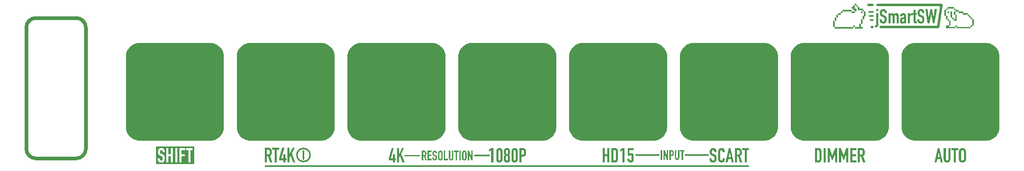
<source format=gbr>
%TF.GenerationSoftware,KiCad,Pcbnew,9.0.0*%
%TF.CreationDate,2025-04-15T08:38:05-04:00*%
%TF.ProjectId,Keypad Panel,4b657970-6164-4205-9061-6e656c2e6b69,1.0*%
%TF.SameCoordinates,Original*%
%TF.FileFunction,Soldermask,Top*%
%TF.FilePolarity,Negative*%
%FSLAX46Y46*%
G04 Gerber Fmt 4.6, Leading zero omitted, Abs format (unit mm)*
G04 Created by KiCad (PCBNEW 9.0.0) date 2025-04-15 08:38:05*
%MOMM*%
%LPD*%
G01*
G04 APERTURE LIST*
%ADD10C,0.000000*%
%ADD11C,0.750000*%
%ADD12C,0.300000*%
%ADD13C,0.500000*%
%ADD14C,0.350000*%
%ADD15C,0.010000*%
%ADD16C,0.150000*%
G04 APERTURE END LIST*
D10*
G36*
X159280237Y-94238522D02*
G01*
X159537306Y-94304139D01*
X159820303Y-94411357D01*
X159974626Y-94486631D01*
X160139155Y-94579584D01*
X160416931Y-94770298D01*
X160673784Y-94994767D01*
X160792431Y-95118296D01*
X160903506Y-95248382D01*
X160952507Y-95311048D01*
X161141083Y-95592059D01*
X161222477Y-95740172D01*
X161294863Y-95892646D01*
X161336066Y-95991564D01*
X161431384Y-96279674D01*
X161493607Y-96568054D01*
X161510000Y-96665932D01*
X161510000Y-111919166D01*
X161473816Y-112120312D01*
X161409262Y-112378451D01*
X161361033Y-112525059D01*
X161299336Y-112681313D01*
X161222045Y-112845681D01*
X161127036Y-113016629D01*
X160936641Y-113294555D01*
X160712453Y-113551618D01*
X160589046Y-113670394D01*
X160459080Y-113781602D01*
X160396558Y-113830598D01*
X160115742Y-114019490D01*
X159967716Y-114101047D01*
X159815320Y-114173603D01*
X159715051Y-114215467D01*
X159426925Y-114310976D01*
X159138638Y-114373329D01*
X159039168Y-114390000D01*
X159039166Y-114390000D01*
X143785932Y-114390000D01*
X143785929Y-114389999D01*
X143584429Y-114353740D01*
X143325677Y-114288964D01*
X143178701Y-114240543D01*
X143022055Y-114178584D01*
X142857286Y-114100953D01*
X142685943Y-114005514D01*
X142408167Y-113814800D01*
X142151314Y-113590331D01*
X142032667Y-113466802D01*
X141921592Y-113336716D01*
X141872591Y-113274050D01*
X141684013Y-112993036D01*
X141602619Y-112844922D01*
X141530233Y-112692447D01*
X141489032Y-112593533D01*
X141393714Y-112305424D01*
X141331491Y-112017045D01*
X141315098Y-111919166D01*
X141315098Y-96665932D01*
X141315098Y-96665930D01*
X141351358Y-96464431D01*
X141416134Y-96205678D01*
X141464555Y-96058702D01*
X141526513Y-95902055D01*
X141604144Y-95737286D01*
X141699584Y-95565943D01*
X141890296Y-95288168D01*
X142114764Y-95031317D01*
X142238293Y-94912670D01*
X142368378Y-94801595D01*
X142431048Y-94752591D01*
X142712062Y-94564013D01*
X142860176Y-94482619D01*
X143012651Y-94410232D01*
X143111564Y-94369032D01*
X143400665Y-94273375D01*
X143689065Y-94211309D01*
X143785932Y-94195098D01*
X159039166Y-94195098D01*
X159280237Y-94238522D01*
G37*
G36*
X223385056Y-86411583D02*
G01*
X223703879Y-86411583D01*
X223703879Y-86730406D01*
X224022702Y-86730406D01*
X224022702Y-87046583D01*
X224656379Y-87046583D01*
X224656379Y-87365406D01*
X224975202Y-87365406D01*
X224975202Y-87684229D01*
X225290056Y-87684229D01*
X225290056Y-88644666D01*
X224980493Y-88644666D01*
X224980493Y-89280989D01*
X224661670Y-89280989D01*
X224661670Y-90234812D01*
X224346816Y-90234812D01*
X224346816Y-90863198D01*
X224653732Y-90863198D01*
X224653732Y-91185990D01*
X223066232Y-91185990D01*
X223066232Y-90879073D01*
X222757993Y-90879073D01*
X222757993Y-91185990D01*
X218937410Y-91185990D01*
X218937410Y-90873781D01*
X218621233Y-90873781D01*
X218621233Y-89602458D01*
X218945347Y-89602458D01*
X218946670Y-90860552D01*
X222746087Y-90860552D01*
X222746087Y-90550989D01*
X223074170Y-90550989D01*
X223074170Y-90859229D01*
X224017410Y-90859229D01*
X224017410Y-90226875D01*
X224334910Y-90226875D01*
X224334910Y-89273052D01*
X224652410Y-89273052D01*
X224652410Y-88636729D01*
X224961972Y-88636729D01*
X224961972Y-87701427D01*
X224656378Y-87701427D01*
X224656378Y-88008344D01*
X224337555Y-88008344D01*
X224337555Y-87684229D01*
X224645795Y-87684229D01*
X224645795Y-87375990D01*
X223694618Y-87375990D01*
X223694618Y-86739667D01*
X223377118Y-86739667D01*
X223377118Y-86428781D01*
X223075493Y-86428781D01*
X223075493Y-87053198D01*
X223385056Y-87053198D01*
X223385056Y-87696135D01*
X223068879Y-87696135D01*
X223068879Y-88007021D01*
X222425941Y-88007021D01*
X222425941Y-87700104D01*
X220527556Y-87700104D01*
X220527556Y-88013635D01*
X220211378Y-88013635D01*
X220211378Y-88332458D01*
X219575056Y-88332458D01*
X219575056Y-88968781D01*
X219258879Y-88968781D01*
X219258879Y-89602458D01*
X218945347Y-89602458D01*
X218621233Y-89602458D01*
X218621233Y-89595844D01*
X218932118Y-89595844D01*
X218932118Y-88959521D01*
X219249618Y-88959521D01*
X219249618Y-88323198D01*
X219567118Y-88323198D01*
X219567118Y-88007021D01*
X220200795Y-88007021D01*
X220200795Y-87688198D01*
X220518295Y-87688198D01*
X220518295Y-87372021D01*
X222433878Y-87372021D01*
X222433878Y-87680260D01*
X223056972Y-87680260D01*
X223056972Y-87378635D01*
X222746087Y-87378635D01*
X222746087Y-87059813D01*
X222429910Y-87059813D01*
X222429910Y-86734375D01*
X222742118Y-86734375D01*
X222742118Y-86415552D01*
X223059618Y-86415552D01*
X223059618Y-86100698D01*
X223385056Y-86100698D01*
X223385056Y-86411583D01*
G37*
D11*
X54200000Y-89020000D02*
X62500000Y-89020000D01*
D12*
X110730000Y-117380000D02*
G75*
G02*
X108030000Y-117380000I-1350000J0D01*
G01*
X108030000Y-117380000D02*
G75*
G02*
X110730000Y-117380000I1350000J0D01*
G01*
D11*
X62500000Y-89020000D02*
G75*
G02*
X64500000Y-91020000I0J-2000000D01*
G01*
D13*
X228375000Y-90920000D02*
X240255000Y-90920000D01*
X225890000Y-86350000D02*
X226740000Y-86350000D01*
D12*
X110730009Y-117380027D02*
G75*
G02*
X108030009Y-117380027I-1350000J0D01*
G01*
X108030009Y-117380027D02*
G75*
G02*
X110730009Y-117380027I1350000J0D01*
G01*
D14*
X109380000Y-116530000D02*
X109380000Y-118230000D01*
D11*
X54200000Y-118070000D02*
G75*
G02*
X52200000Y-116070000I0J2000000D01*
G01*
D12*
X226005000Y-87760000D02*
X226815000Y-87760000D01*
D11*
X64500000Y-116070000D02*
G75*
G02*
X62500000Y-118070000I-2000000J0D01*
G01*
D10*
G36*
X243476323Y-87040594D02*
G01*
X243795146Y-87040594D01*
X243795146Y-87359417D01*
X244431469Y-87359417D01*
X244431469Y-87676917D01*
X245383969Y-87676917D01*
X245383969Y-87993094D01*
X246335146Y-87993094D01*
X246335146Y-88310594D01*
X246653969Y-88310594D01*
X246653969Y-88629417D01*
X246972792Y-88629417D01*
X246972792Y-88948240D01*
X247288969Y-88948240D01*
X247288969Y-89264417D01*
X247446892Y-89263921D01*
X247525047Y-89262743D01*
X247603823Y-89260449D01*
X247603823Y-90541032D01*
X247291614Y-90541032D01*
X247291614Y-90859855D01*
X246975437Y-90859855D01*
X246975437Y-91172063D01*
X244107354Y-91172063D01*
X244107354Y-90863824D01*
X243799114Y-90863824D01*
X243799114Y-91173386D01*
X241888823Y-91173386D01*
X241888823Y-90535740D01*
X242514562Y-90535740D01*
X242514562Y-89592500D01*
X242203677Y-89592500D01*
X242203677Y-89276323D01*
X241884854Y-89276323D01*
X241884854Y-88640000D01*
X241570000Y-88640000D01*
X241570000Y-88633386D01*
X241899406Y-88633386D01*
X242214260Y-88633386D01*
X242214260Y-89269709D01*
X242533083Y-89269709D01*
X242533083Y-89588531D01*
X242842645Y-89588531D01*
X242842645Y-90548969D01*
X242534406Y-90548969D01*
X242534406Y-90851917D01*
X243792499Y-90851917D01*
X243792499Y-90543677D01*
X244120583Y-90543677D01*
X244120583Y-90850594D01*
X246966177Y-90850594D01*
X246966177Y-90535740D01*
X247278385Y-90535740D01*
X247278385Y-89273677D01*
X246963531Y-89273677D01*
X246963531Y-88954854D01*
X246644708Y-88954854D01*
X246644708Y-88636031D01*
X246328531Y-88636031D01*
X246328531Y-88319854D01*
X245374708Y-88319854D01*
X245374708Y-88001031D01*
X244420885Y-88001031D01*
X244420885Y-87691469D01*
X243803083Y-87691469D01*
X243803083Y-88315886D01*
X244112645Y-88315886D01*
X244112645Y-89587208D01*
X243472354Y-89587208D01*
X243472354Y-89272354D01*
X243153531Y-89272354D01*
X243153531Y-88953531D01*
X242841322Y-88953531D01*
X242841322Y-87682208D01*
X243166760Y-87682208D01*
X243166760Y-88950885D01*
X243482937Y-88950885D01*
X243482937Y-89261771D01*
X243784562Y-89261771D01*
X243784562Y-88318531D01*
X243477645Y-88318531D01*
X243477645Y-87675594D01*
X243785885Y-87675594D01*
X243785885Y-87367354D01*
X243472354Y-87367354D01*
X243472354Y-87057792D01*
X242211614Y-87057792D01*
X242211614Y-87372646D01*
X241899406Y-87372646D01*
X241899406Y-88633386D01*
X241570000Y-88633386D01*
X241570000Y-87372646D01*
X241570000Y-87362063D01*
X241879562Y-87362063D01*
X241879562Y-87045886D01*
X242198385Y-87045886D01*
X242198385Y-86731032D01*
X243476323Y-86731032D01*
X243476323Y-87040594D01*
G37*
G36*
X90730237Y-94238522D02*
G01*
X90987306Y-94304139D01*
X91270303Y-94411357D01*
X91424626Y-94486631D01*
X91589155Y-94579584D01*
X91866931Y-94770298D01*
X92123784Y-94994767D01*
X92242431Y-95118296D01*
X92353506Y-95248382D01*
X92402507Y-95311048D01*
X92591083Y-95592059D01*
X92672477Y-95740172D01*
X92744863Y-95892646D01*
X92786066Y-95991564D01*
X92881384Y-96279674D01*
X92943607Y-96568054D01*
X92960000Y-96665932D01*
X92960000Y-111919166D01*
X92923816Y-112120312D01*
X92859262Y-112378451D01*
X92811033Y-112525059D01*
X92749336Y-112681313D01*
X92672045Y-112845681D01*
X92577036Y-113016629D01*
X92386641Y-113294555D01*
X92162453Y-113551618D01*
X92039046Y-113670394D01*
X91909080Y-113781602D01*
X91846558Y-113830598D01*
X91565742Y-114019490D01*
X91417716Y-114101047D01*
X91265320Y-114173603D01*
X91165051Y-114215467D01*
X90876925Y-114310976D01*
X90588638Y-114373329D01*
X90489168Y-114390000D01*
X90489166Y-114390000D01*
X75235932Y-114390000D01*
X75235929Y-114389999D01*
X75034429Y-114353740D01*
X74775677Y-114288964D01*
X74628701Y-114240543D01*
X74472055Y-114178584D01*
X74307286Y-114100953D01*
X74135943Y-114005514D01*
X73858167Y-113814800D01*
X73601314Y-113590331D01*
X73482667Y-113466802D01*
X73371592Y-113336716D01*
X73322591Y-113274050D01*
X73134013Y-112993036D01*
X73052619Y-112844922D01*
X72980233Y-112692447D01*
X72939032Y-112593533D01*
X72843714Y-112305424D01*
X72781491Y-112017045D01*
X72765098Y-111919166D01*
X72765098Y-96665932D01*
X72765098Y-96665930D01*
X72801358Y-96464431D01*
X72866134Y-96205678D01*
X72914555Y-96058702D01*
X72976513Y-95902055D01*
X73054144Y-95737286D01*
X73149584Y-95565943D01*
X73340296Y-95288168D01*
X73564764Y-95031317D01*
X73688293Y-94912670D01*
X73818378Y-94801595D01*
X73881048Y-94752591D01*
X74162062Y-94564013D01*
X74310176Y-94482619D01*
X74462651Y-94410232D01*
X74561564Y-94369032D01*
X74850665Y-94273375D01*
X75139065Y-94211309D01*
X75235932Y-94195098D01*
X90489166Y-94195098D01*
X90730237Y-94238522D01*
G37*
D11*
X52200000Y-90990000D02*
X52200000Y-116070000D01*
D10*
G36*
X201240032Y-119845009D02*
G01*
X101420032Y-119845009D01*
X101420032Y-119494997D01*
X201240032Y-119494997D01*
X201240032Y-119845009D01*
G37*
D13*
X226570000Y-90920000D02*
X226740000Y-90920000D01*
D15*
X188035000Y-117250000D02*
X192845000Y-117250000D01*
X192845000Y-117480000D01*
X188035000Y-117480000D01*
X188035000Y-117250000D01*
G36*
X188035000Y-117250000D02*
G01*
X192845000Y-117250000D01*
X192845000Y-117480000D01*
X188035000Y-117480000D01*
X188035000Y-117250000D01*
G37*
D10*
G36*
X182130237Y-94238522D02*
G01*
X182387306Y-94304139D01*
X182670303Y-94411357D01*
X182824626Y-94486631D01*
X182989155Y-94579584D01*
X183266931Y-94770298D01*
X183523784Y-94994767D01*
X183642431Y-95118296D01*
X183753506Y-95248382D01*
X183802507Y-95311048D01*
X183991083Y-95592059D01*
X184072477Y-95740172D01*
X184144863Y-95892646D01*
X184186066Y-95991564D01*
X184281384Y-96279674D01*
X184343607Y-96568054D01*
X184360000Y-96665932D01*
X184360000Y-111919166D01*
X184323816Y-112120312D01*
X184259262Y-112378451D01*
X184211033Y-112525059D01*
X184149336Y-112681313D01*
X184072045Y-112845681D01*
X183977036Y-113016629D01*
X183786641Y-113294555D01*
X183562453Y-113551618D01*
X183439046Y-113670394D01*
X183309080Y-113781602D01*
X183246558Y-113830598D01*
X182965742Y-114019490D01*
X182817716Y-114101047D01*
X182665320Y-114173603D01*
X182565051Y-114215467D01*
X182276925Y-114310976D01*
X181988638Y-114373329D01*
X181889168Y-114390000D01*
X181889166Y-114390000D01*
X166635932Y-114390000D01*
X166635929Y-114389999D01*
X166434429Y-114353740D01*
X166175677Y-114288964D01*
X166028701Y-114240543D01*
X165872055Y-114178584D01*
X165707286Y-114100953D01*
X165535943Y-114005514D01*
X165258167Y-113814800D01*
X165001314Y-113590331D01*
X164882667Y-113466802D01*
X164771592Y-113336716D01*
X164722591Y-113274050D01*
X164534013Y-112993036D01*
X164452619Y-112844922D01*
X164380233Y-112692447D01*
X164339032Y-112593533D01*
X164243714Y-112305424D01*
X164181491Y-112017045D01*
X164165098Y-111919166D01*
X164165098Y-96665932D01*
X164165098Y-96665930D01*
X164201358Y-96464431D01*
X164266134Y-96205678D01*
X164314555Y-96058702D01*
X164376513Y-95902055D01*
X164454144Y-95737286D01*
X164549584Y-95565943D01*
X164740296Y-95288168D01*
X164964764Y-95031317D01*
X165088293Y-94912670D01*
X165218378Y-94801595D01*
X165281048Y-94752591D01*
X165562062Y-94564013D01*
X165710176Y-94482619D01*
X165862651Y-94410232D01*
X165961564Y-94369032D01*
X166250665Y-94273375D01*
X166539065Y-94211309D01*
X166635932Y-94195098D01*
X181889166Y-94195098D01*
X182130237Y-94238522D01*
G37*
G36*
X250680237Y-94238522D02*
G01*
X250937306Y-94304139D01*
X251220303Y-94411357D01*
X251374626Y-94486631D01*
X251539155Y-94579584D01*
X251816931Y-94770298D01*
X252073784Y-94994767D01*
X252192431Y-95118296D01*
X252303506Y-95248382D01*
X252352507Y-95311048D01*
X252541083Y-95592059D01*
X252622477Y-95740172D01*
X252694863Y-95892646D01*
X252736066Y-95991564D01*
X252831384Y-96279674D01*
X252893607Y-96568054D01*
X252910000Y-96665932D01*
X252910000Y-111919166D01*
X252873816Y-112120312D01*
X252809262Y-112378451D01*
X252761033Y-112525059D01*
X252699336Y-112681313D01*
X252622045Y-112845681D01*
X252527036Y-113016629D01*
X252336641Y-113294555D01*
X252112453Y-113551618D01*
X251989046Y-113670394D01*
X251859080Y-113781602D01*
X251796558Y-113830598D01*
X251515742Y-114019490D01*
X251367716Y-114101047D01*
X251215320Y-114173603D01*
X251115051Y-114215467D01*
X250826925Y-114310976D01*
X250538638Y-114373329D01*
X250439168Y-114390000D01*
X250439166Y-114390000D01*
X235185932Y-114390000D01*
X235185929Y-114389999D01*
X234984429Y-114353740D01*
X234725677Y-114288964D01*
X234578701Y-114240543D01*
X234422055Y-114178584D01*
X234257286Y-114100953D01*
X234085943Y-114005514D01*
X233808167Y-113814800D01*
X233551314Y-113590331D01*
X233432667Y-113466802D01*
X233321592Y-113336716D01*
X233272591Y-113274050D01*
X233084013Y-112993036D01*
X233002619Y-112844922D01*
X232930233Y-112692447D01*
X232889032Y-112593533D01*
X232793714Y-112305424D01*
X232731491Y-112017045D01*
X232715098Y-111919166D01*
X232715098Y-96665932D01*
X232715098Y-96665930D01*
X232751358Y-96464431D01*
X232816134Y-96205678D01*
X232864555Y-96058702D01*
X232926513Y-95902055D01*
X233004144Y-95737286D01*
X233099584Y-95565943D01*
X233290296Y-95288168D01*
X233514764Y-95031317D01*
X233638293Y-94912670D01*
X233768378Y-94801595D01*
X233831048Y-94752591D01*
X234112062Y-94564013D01*
X234260176Y-94482619D01*
X234412651Y-94410232D01*
X234511564Y-94369032D01*
X234800665Y-94273375D01*
X235089065Y-94211309D01*
X235185932Y-94195098D01*
X250439166Y-94195098D01*
X250680237Y-94238522D01*
G37*
D15*
X130215000Y-117350000D02*
X133345000Y-117350000D01*
X133345000Y-117580000D01*
X130215000Y-117580000D01*
X130215000Y-117350000D01*
G36*
X130215000Y-117350000D02*
G01*
X133345000Y-117350000D01*
X133345000Y-117580000D01*
X130215000Y-117580000D01*
X130215000Y-117350000D01*
G37*
D13*
X227740000Y-86350000D02*
X240935000Y-86350000D01*
D10*
G36*
X227830237Y-94238522D02*
G01*
X228087306Y-94304139D01*
X228370303Y-94411357D01*
X228524626Y-94486631D01*
X228689155Y-94579584D01*
X228966931Y-94770298D01*
X229223784Y-94994767D01*
X229342431Y-95118296D01*
X229453506Y-95248382D01*
X229502507Y-95311048D01*
X229691083Y-95592059D01*
X229772477Y-95740172D01*
X229844863Y-95892646D01*
X229886066Y-95991564D01*
X229981384Y-96279674D01*
X230043607Y-96568054D01*
X230060000Y-96665932D01*
X230060000Y-111919166D01*
X230023816Y-112120312D01*
X229959262Y-112378451D01*
X229911033Y-112525059D01*
X229849336Y-112681313D01*
X229772045Y-112845681D01*
X229677036Y-113016629D01*
X229486641Y-113294555D01*
X229262453Y-113551618D01*
X229139046Y-113670394D01*
X229009080Y-113781602D01*
X228946558Y-113830598D01*
X228665742Y-114019490D01*
X228517716Y-114101047D01*
X228365320Y-114173603D01*
X228265051Y-114215467D01*
X227976925Y-114310976D01*
X227688638Y-114373329D01*
X227589168Y-114390000D01*
X227589166Y-114390000D01*
X212335932Y-114390000D01*
X212335929Y-114389999D01*
X212134429Y-114353740D01*
X211875677Y-114288964D01*
X211728701Y-114240543D01*
X211572055Y-114178584D01*
X211407286Y-114100953D01*
X211235943Y-114005514D01*
X210958167Y-113814800D01*
X210701314Y-113590331D01*
X210582667Y-113466802D01*
X210471592Y-113336716D01*
X210422591Y-113274050D01*
X210234013Y-112993036D01*
X210152619Y-112844922D01*
X210080233Y-112692447D01*
X210039032Y-112593533D01*
X209943714Y-112305424D01*
X209881491Y-112017045D01*
X209865098Y-111919166D01*
X209865098Y-96665932D01*
X209865098Y-96665930D01*
X209901358Y-96464431D01*
X209966134Y-96205678D01*
X210014555Y-96058702D01*
X210076513Y-95902055D01*
X210154144Y-95737286D01*
X210249584Y-95565943D01*
X210440296Y-95288168D01*
X210664764Y-95031317D01*
X210788293Y-94912670D01*
X210918378Y-94801595D01*
X210981048Y-94752591D01*
X211262062Y-94564013D01*
X211410176Y-94482619D01*
X211562651Y-94410232D01*
X211661564Y-94369032D01*
X211950665Y-94273375D01*
X212239065Y-94211309D01*
X212335932Y-94195098D01*
X227589166Y-94195098D01*
X227830237Y-94238522D01*
G37*
G36*
X204980237Y-94238522D02*
G01*
X205237306Y-94304139D01*
X205520303Y-94411357D01*
X205674626Y-94486631D01*
X205839155Y-94579584D01*
X206116931Y-94770298D01*
X206373784Y-94994767D01*
X206492431Y-95118296D01*
X206603506Y-95248382D01*
X206652507Y-95311048D01*
X206841083Y-95592059D01*
X206922477Y-95740172D01*
X206994863Y-95892646D01*
X207036066Y-95991564D01*
X207131384Y-96279674D01*
X207193607Y-96568054D01*
X207210000Y-96665932D01*
X207210000Y-111919166D01*
X207173816Y-112120312D01*
X207109262Y-112378451D01*
X207061033Y-112525059D01*
X206999336Y-112681313D01*
X206922045Y-112845681D01*
X206827036Y-113016629D01*
X206636641Y-113294555D01*
X206412453Y-113551618D01*
X206289046Y-113670394D01*
X206159080Y-113781602D01*
X206096558Y-113830598D01*
X205815742Y-114019490D01*
X205667716Y-114101047D01*
X205515320Y-114173603D01*
X205415051Y-114215467D01*
X205126925Y-114310976D01*
X204838638Y-114373329D01*
X204739168Y-114390000D01*
X204739166Y-114390000D01*
X189485932Y-114390000D01*
X189485929Y-114389999D01*
X189284429Y-114353740D01*
X189025677Y-114288964D01*
X188878701Y-114240543D01*
X188722055Y-114178584D01*
X188557286Y-114100953D01*
X188385943Y-114005514D01*
X188108167Y-113814800D01*
X187851314Y-113590331D01*
X187732667Y-113466802D01*
X187621592Y-113336716D01*
X187572591Y-113274050D01*
X187384013Y-112993036D01*
X187302619Y-112844922D01*
X187230233Y-112692447D01*
X187189032Y-112593533D01*
X187093714Y-112305424D01*
X187031491Y-112017045D01*
X187015098Y-111919166D01*
X187015098Y-96665932D01*
X187015098Y-96665930D01*
X187051358Y-96464431D01*
X187116134Y-96205678D01*
X187164555Y-96058702D01*
X187226513Y-95902055D01*
X187304144Y-95737286D01*
X187399584Y-95565943D01*
X187590296Y-95288168D01*
X187814764Y-95031317D01*
X187938293Y-94912670D01*
X188068378Y-94801595D01*
X188131048Y-94752591D01*
X188412062Y-94564013D01*
X188560176Y-94482619D01*
X188712651Y-94410232D01*
X188811564Y-94369032D01*
X189100665Y-94273375D01*
X189389065Y-94211309D01*
X189485932Y-94195098D01*
X204739166Y-94195098D01*
X204980237Y-94238522D01*
G37*
D11*
X64500000Y-91020000D02*
X64500000Y-116070000D01*
X62500000Y-118070000D02*
X54200000Y-118070000D01*
D13*
X240252121Y-90919253D02*
X240935000Y-86350000D01*
D14*
X109380009Y-116530027D02*
X109380009Y-118230027D01*
D12*
X226255000Y-89480000D02*
X226815000Y-89480000D01*
D10*
G36*
X136430237Y-94238522D02*
G01*
X136687306Y-94304139D01*
X136970303Y-94411357D01*
X137124626Y-94486631D01*
X137289155Y-94579584D01*
X137566931Y-94770298D01*
X137823784Y-94994767D01*
X137942431Y-95118296D01*
X138053506Y-95248382D01*
X138102507Y-95311048D01*
X138291083Y-95592059D01*
X138372477Y-95740172D01*
X138444863Y-95892646D01*
X138486066Y-95991564D01*
X138581384Y-96279674D01*
X138643607Y-96568054D01*
X138660000Y-96665932D01*
X138660000Y-111919166D01*
X138623816Y-112120312D01*
X138559262Y-112378451D01*
X138511033Y-112525059D01*
X138449336Y-112681313D01*
X138372045Y-112845681D01*
X138277036Y-113016629D01*
X138086641Y-113294555D01*
X137862453Y-113551618D01*
X137739046Y-113670394D01*
X137609080Y-113781602D01*
X137546558Y-113830598D01*
X137265742Y-114019490D01*
X137117716Y-114101047D01*
X136965320Y-114173603D01*
X136865051Y-114215467D01*
X136576925Y-114310976D01*
X136288638Y-114373329D01*
X136189168Y-114390000D01*
X136189166Y-114390000D01*
X120935932Y-114390000D01*
X120935929Y-114389999D01*
X120734429Y-114353740D01*
X120475677Y-114288964D01*
X120328701Y-114240543D01*
X120172055Y-114178584D01*
X120007286Y-114100953D01*
X119835943Y-114005514D01*
X119558167Y-113814800D01*
X119301314Y-113590331D01*
X119182667Y-113466802D01*
X119071592Y-113336716D01*
X119022591Y-113274050D01*
X118834013Y-112993036D01*
X118752619Y-112844922D01*
X118680233Y-112692447D01*
X118639032Y-112593533D01*
X118543714Y-112305424D01*
X118481491Y-112017045D01*
X118465098Y-111919166D01*
X118465098Y-96665932D01*
X118465098Y-96665930D01*
X118501358Y-96464431D01*
X118566134Y-96205678D01*
X118614555Y-96058702D01*
X118676513Y-95902055D01*
X118754144Y-95737286D01*
X118849584Y-95565943D01*
X119040296Y-95288168D01*
X119264764Y-95031317D01*
X119388293Y-94912670D01*
X119518378Y-94801595D01*
X119581048Y-94752591D01*
X119862062Y-94564013D01*
X120010176Y-94482619D01*
X120162651Y-94410232D01*
X120261564Y-94369032D01*
X120550665Y-94273375D01*
X120839065Y-94211309D01*
X120935932Y-94195098D01*
X136189166Y-94195098D01*
X136430237Y-94238522D01*
G37*
D11*
X52200000Y-91020000D02*
G75*
G02*
X54200000Y-89020000I2000000J0D01*
G01*
D15*
X144625000Y-117340000D02*
X147755000Y-117340000D01*
X147755000Y-117570000D01*
X144625000Y-117570000D01*
X144625000Y-117340000D01*
G36*
X144625000Y-117340000D02*
G01*
X147755000Y-117340000D01*
X147755000Y-117570000D01*
X144625000Y-117570000D01*
X144625000Y-117340000D01*
G37*
X177855000Y-117260000D02*
X182665000Y-117260000D01*
X182665000Y-117490000D01*
X177855000Y-117490000D01*
X177855000Y-117260000D01*
G36*
X177855000Y-117260000D02*
G01*
X182665000Y-117260000D01*
X182665000Y-117490000D01*
X177855000Y-117490000D01*
X177855000Y-117260000D01*
G37*
D10*
G36*
X242525146Y-88002355D02*
G01*
X242206323Y-88002355D01*
X242206323Y-87684855D01*
X242525146Y-87684855D01*
X242525146Y-88002355D01*
G37*
D12*
X226125000Y-88620000D02*
X226815000Y-88620000D01*
D10*
G36*
X113580237Y-94238522D02*
G01*
X113837306Y-94304139D01*
X114120303Y-94411357D01*
X114274626Y-94486631D01*
X114439155Y-94579584D01*
X114716931Y-94770298D01*
X114973784Y-94994767D01*
X115092431Y-95118296D01*
X115203506Y-95248382D01*
X115252507Y-95311048D01*
X115441083Y-95592059D01*
X115522477Y-95740172D01*
X115594863Y-95892646D01*
X115636066Y-95991564D01*
X115731384Y-96279674D01*
X115793607Y-96568054D01*
X115810000Y-96665932D01*
X115810000Y-111919166D01*
X115773816Y-112120312D01*
X115709262Y-112378451D01*
X115661033Y-112525059D01*
X115599336Y-112681313D01*
X115522045Y-112845681D01*
X115427036Y-113016629D01*
X115236641Y-113294555D01*
X115012453Y-113551618D01*
X114889046Y-113670394D01*
X114759080Y-113781602D01*
X114696558Y-113830598D01*
X114415742Y-114019490D01*
X114267716Y-114101047D01*
X114115320Y-114173603D01*
X114015051Y-114215467D01*
X113726925Y-114310976D01*
X113438638Y-114373329D01*
X113339168Y-114390000D01*
X113339166Y-114390000D01*
X98085932Y-114390000D01*
X98085929Y-114389999D01*
X97884429Y-114353740D01*
X97625677Y-114288964D01*
X97478701Y-114240543D01*
X97322055Y-114178584D01*
X97157286Y-114100953D01*
X96985943Y-114005514D01*
X96708167Y-113814800D01*
X96451314Y-113590331D01*
X96332667Y-113466802D01*
X96221592Y-113336716D01*
X96172591Y-113274050D01*
X95984013Y-112993036D01*
X95902619Y-112844922D01*
X95830233Y-112692447D01*
X95789032Y-112593533D01*
X95693714Y-112305424D01*
X95631491Y-112017045D01*
X95615098Y-111919166D01*
X95615098Y-96665932D01*
X95615098Y-96665930D01*
X95651358Y-96464431D01*
X95716134Y-96205678D01*
X95764555Y-96058702D01*
X95826513Y-95902055D01*
X95904144Y-95737286D01*
X95999584Y-95565943D01*
X96190296Y-95288168D01*
X96414764Y-95031317D01*
X96538293Y-94912670D01*
X96668378Y-94801595D01*
X96731048Y-94752591D01*
X97012062Y-94564013D01*
X97160176Y-94482619D01*
X97312651Y-94410232D01*
X97411564Y-94369032D01*
X97700665Y-94273375D01*
X97989065Y-94211309D01*
X98085932Y-94195098D01*
X113339166Y-94195098D01*
X113580237Y-94238522D01*
G37*
D12*
G36*
X86864045Y-119281780D02*
G01*
X78984399Y-119281780D01*
X78984399Y-118080896D01*
X79317732Y-118080896D01*
X79317732Y-118239898D01*
X79330129Y-118376416D01*
X79374152Y-118519068D01*
X79431093Y-118624735D01*
X79526559Y-118743283D01*
X79624759Y-118824255D01*
X79755903Y-118894225D01*
X79894939Y-118934891D01*
X80043866Y-118948447D01*
X80093989Y-118947405D01*
X80243290Y-118929628D01*
X80257449Y-118925000D01*
X81114382Y-118925000D01*
X81543028Y-118925000D01*
X81543028Y-117611950D01*
X82052275Y-117611950D01*
X82052275Y-118925000D01*
X82480921Y-118925000D01*
X82949134Y-118925000D01*
X83377781Y-118925000D01*
X83758067Y-118925000D01*
X84186713Y-118925000D01*
X84186713Y-117658845D01*
X84930432Y-117658845D01*
X84930432Y-117230198D01*
X84186713Y-117230198D01*
X84186713Y-116352390D01*
X85024222Y-116352390D01*
X85123873Y-116352390D01*
X85633119Y-116352390D01*
X85633119Y-118925000D01*
X86061765Y-118925000D01*
X86061765Y-116352390D01*
X86530712Y-116352390D01*
X86530712Y-115923743D01*
X85123873Y-115923743D01*
X85123873Y-116352390D01*
X85024222Y-116352390D01*
X85024222Y-115923743D01*
X83758067Y-115923743D01*
X83758067Y-118925000D01*
X83377781Y-118925000D01*
X83377781Y-115923743D01*
X82949134Y-115923743D01*
X82949134Y-118925000D01*
X82480921Y-118925000D01*
X82480921Y-115923743D01*
X82052275Y-115923743D01*
X82052275Y-117236793D01*
X81543028Y-117236793D01*
X81543028Y-115923743D01*
X81114382Y-115923743D01*
X81114382Y-118925000D01*
X80257449Y-118925000D01*
X80389714Y-118881769D01*
X80511065Y-118808149D01*
X80619790Y-118697854D01*
X80695514Y-118563741D01*
X80740691Y-118423080D01*
X80751456Y-118372061D01*
X80771892Y-118222356D01*
X80778060Y-118074302D01*
X80774834Y-117938200D01*
X80761207Y-117783408D01*
X80746748Y-117698629D01*
X80700391Y-117555530D01*
X80666130Y-117497756D01*
X80565568Y-117386270D01*
X80473605Y-117321601D01*
X80341354Y-117258042D01*
X80022617Y-117128349D01*
X79895122Y-117062404D01*
X79823314Y-116982536D01*
X79792540Y-116877756D01*
X79786678Y-116730478D01*
X79798402Y-116586863D01*
X79842365Y-116463032D01*
X79925896Y-116379501D01*
X80061451Y-116345795D01*
X80165831Y-116360839D01*
X80283468Y-116452773D01*
X80328548Y-116553452D01*
X80349414Y-116705565D01*
X80349414Y-116801552D01*
X80778060Y-116801552D01*
X80778060Y-116591992D01*
X80776392Y-116543741D01*
X80746739Y-116390441D01*
X80680021Y-116248732D01*
X80588283Y-116131106D01*
X80491941Y-116048802D01*
X80364068Y-115975767D01*
X80227781Y-115931803D01*
X80078304Y-115917149D01*
X80055332Y-115917404D01*
X79905746Y-115933452D01*
X79758834Y-115982362D01*
X79644117Y-116052472D01*
X79539016Y-116155286D01*
X79459515Y-116274904D01*
X79402728Y-116415404D01*
X79397316Y-116434335D01*
X79367853Y-116580330D01*
X79358032Y-116733408D01*
X79358390Y-116768119D01*
X79368855Y-116915176D01*
X79397477Y-117061035D01*
X79449623Y-117200157D01*
X79461853Y-117223049D01*
X79553780Y-117338927D01*
X79673564Y-117429545D01*
X79810858Y-117499110D01*
X80109079Y-117624406D01*
X80233642Y-117687421D01*
X80309113Y-117762892D01*
X80341354Y-117884525D01*
X80345250Y-117929927D01*
X80349414Y-118076500D01*
X80349253Y-118107405D01*
X80342819Y-118258217D01*
X80303984Y-118398900D01*
X80210928Y-118488293D01*
X80191200Y-118497370D01*
X80043866Y-118519801D01*
X79944036Y-118508718D01*
X79814522Y-118426011D01*
X79775725Y-118358343D01*
X79746378Y-118214253D01*
X79746378Y-118080896D01*
X79317732Y-118080896D01*
X78984399Y-118080896D01*
X78984399Y-115583816D01*
X86864045Y-115583816D01*
X86864045Y-119281780D01*
G37*
G36*
X215608479Y-115933421D02*
G01*
X215760097Y-115968179D01*
X215904501Y-116037500D01*
X216009602Y-116125976D01*
X216100985Y-116253063D01*
X216162462Y-116406812D01*
X216192000Y-116565860D01*
X216198646Y-116698970D01*
X216198646Y-118102878D01*
X216191587Y-118253342D01*
X216165511Y-118409154D01*
X216112182Y-118561206D01*
X216033757Y-118685507D01*
X215997878Y-118724965D01*
X215870978Y-118821661D01*
X215734725Y-118881047D01*
X215576398Y-118915428D01*
X215419755Y-118925000D01*
X214832107Y-118925000D01*
X214832107Y-118496353D01*
X215260753Y-118496353D01*
X215450530Y-118496353D01*
X215599457Y-118474188D01*
X215697459Y-118407693D01*
X215758028Y-118266762D01*
X215770000Y-118129256D01*
X215770000Y-116715090D01*
X215752780Y-116561767D01*
X215701123Y-116447644D01*
X215570949Y-116365785D01*
X215450530Y-116352390D01*
X215260753Y-116352390D01*
X215260753Y-118496353D01*
X214832107Y-118496353D01*
X214832107Y-115923743D01*
X215457857Y-115923743D01*
X215608479Y-115933421D01*
G37*
G36*
X216666859Y-118925000D02*
G01*
X216666859Y-115923743D01*
X217095505Y-115923743D01*
X217095505Y-118925000D01*
X216666859Y-118925000D01*
G37*
G36*
X217475792Y-118925000D02*
G01*
X217475792Y-115923743D01*
X217883921Y-115923743D01*
X218434201Y-117513032D01*
X218442261Y-117513032D01*
X218988876Y-115923743D01*
X219405066Y-115923743D01*
X219405066Y-118925000D01*
X218976420Y-118925000D01*
X218976420Y-117099773D01*
X218968360Y-117099773D01*
X218543377Y-118389375D01*
X218328688Y-118389375D01*
X217904438Y-117099773D01*
X217904438Y-118925000D01*
X217475792Y-118925000D01*
G37*
G36*
X219808799Y-118925000D02*
G01*
X219808799Y-115923743D01*
X220216929Y-115923743D01*
X220767208Y-117513032D01*
X220775268Y-117513032D01*
X221321884Y-115923743D01*
X221738074Y-115923743D01*
X221738074Y-118925000D01*
X221309427Y-118925000D01*
X221309427Y-117099773D01*
X221301367Y-117099773D01*
X220876385Y-118389375D01*
X220661695Y-118389375D01*
X220237445Y-117099773D01*
X220237445Y-118925000D01*
X219808799Y-118925000D01*
G37*
G36*
X222141807Y-118925000D02*
G01*
X222141807Y-115923743D01*
X223407962Y-115923743D01*
X223407962Y-116352390D01*
X222570453Y-116352390D01*
X222570453Y-117183304D01*
X223314173Y-117183304D01*
X223314173Y-117611950D01*
X222570453Y-117611950D01*
X222570453Y-118496353D01*
X223407962Y-118496353D01*
X223407962Y-118925000D01*
X222141807Y-118925000D01*
G37*
G36*
X224566612Y-115937654D02*
G01*
X224721103Y-115979385D01*
X224851826Y-116048937D01*
X224981807Y-116175000D01*
X225059053Y-116307149D01*
X225112530Y-116467118D01*
X225142240Y-116654908D01*
X225148925Y-116814009D01*
X225140911Y-116973363D01*
X225113582Y-117130635D01*
X225066859Y-117269033D01*
X224987896Y-117399516D01*
X224874106Y-117509597D01*
X224778897Y-117571650D01*
X225241249Y-118925000D01*
X224787690Y-118925000D01*
X224383956Y-117658845D01*
X224123838Y-117658845D01*
X224123838Y-118925000D01*
X223695191Y-118925000D01*
X223695191Y-117283688D01*
X224123838Y-117283688D01*
X224370767Y-117283688D01*
X224516947Y-117265965D01*
X224553949Y-117252180D01*
X224660928Y-117162055D01*
X224707090Y-117017707D01*
X224719648Y-116866063D01*
X224720279Y-116817672D01*
X224713465Y-116669470D01*
X224707090Y-116619103D01*
X224661194Y-116478239D01*
X224656531Y-116470359D01*
X224539295Y-116381882D01*
X224391166Y-116353426D01*
X224350251Y-116352390D01*
X224123838Y-116352390D01*
X224123838Y-117283688D01*
X223695191Y-117283688D01*
X223695191Y-115923743D01*
X224388353Y-115923743D01*
X224566612Y-115937654D01*
G37*
G36*
X227500167Y-88044741D02*
G01*
X227928813Y-88044741D01*
X227928813Y-90372620D01*
X227916677Y-90518708D01*
X227874012Y-90660066D01*
X227790579Y-90788579D01*
X227734640Y-90841566D01*
X227603121Y-90924642D01*
X227451280Y-90976949D01*
X227297248Y-90997718D01*
X227242247Y-90999103D01*
X227242247Y-90570457D01*
X227386332Y-90543075D01*
X227447411Y-90492787D01*
X227489909Y-90375551D01*
X227499917Y-90224121D01*
X227500167Y-90189438D01*
X227500167Y-88044741D01*
G37*
G36*
X227500167Y-87582390D02*
G01*
X227500167Y-87153743D01*
X227928813Y-87153743D01*
X227928813Y-87582390D01*
X227500167Y-87582390D01*
G37*
G36*
X229646329Y-88031552D02*
G01*
X229217683Y-88031552D01*
X229217683Y-87935565D01*
X229196817Y-87783452D01*
X229151737Y-87682773D01*
X229034100Y-87590839D01*
X228929720Y-87575795D01*
X228794166Y-87609501D01*
X228710635Y-87693032D01*
X228666671Y-87816863D01*
X228654947Y-87960478D01*
X228660809Y-88107756D01*
X228691584Y-88212536D01*
X228763391Y-88292404D01*
X228890886Y-88358349D01*
X229209623Y-88488042D01*
X229341874Y-88551601D01*
X229433838Y-88616270D01*
X229534399Y-88727756D01*
X229568660Y-88785530D01*
X229615017Y-88928629D01*
X229629476Y-89013408D01*
X229643103Y-89168200D01*
X229646329Y-89304302D01*
X229640162Y-89452356D01*
X229619725Y-89602061D01*
X229608960Y-89653080D01*
X229563783Y-89793741D01*
X229488060Y-89927854D01*
X229379334Y-90038149D01*
X229257983Y-90111769D01*
X229111559Y-90159628D01*
X228962258Y-90177405D01*
X228912135Y-90178447D01*
X228763208Y-90164891D01*
X228624173Y-90124225D01*
X228493028Y-90054255D01*
X228394829Y-89973283D01*
X228299362Y-89854735D01*
X228242421Y-89749068D01*
X228198398Y-89606416D01*
X228186001Y-89469898D01*
X228186001Y-89310896D01*
X228614647Y-89310896D01*
X228614647Y-89444253D01*
X228643994Y-89588343D01*
X228682791Y-89656011D01*
X228812306Y-89738718D01*
X228912135Y-89749801D01*
X229059469Y-89727370D01*
X229079197Y-89718293D01*
X229172254Y-89628900D01*
X229211088Y-89488217D01*
X229217522Y-89337405D01*
X229217683Y-89306500D01*
X229213519Y-89159927D01*
X229209623Y-89114525D01*
X229177383Y-88992892D01*
X229101912Y-88917421D01*
X228977348Y-88854406D01*
X228679127Y-88729110D01*
X228541833Y-88659545D01*
X228422049Y-88568927D01*
X228330122Y-88453049D01*
X228317892Y-88430157D01*
X228265746Y-88291035D01*
X228237124Y-88145176D01*
X228226659Y-87998119D01*
X228226301Y-87963408D01*
X228236122Y-87810330D01*
X228265585Y-87664335D01*
X228270997Y-87645404D01*
X228327784Y-87504904D01*
X228407285Y-87385286D01*
X228512386Y-87282472D01*
X228627104Y-87212362D01*
X228774016Y-87163452D01*
X228923601Y-87147404D01*
X228946573Y-87147149D01*
X229096050Y-87161803D01*
X229232337Y-87205767D01*
X229360210Y-87278802D01*
X229456552Y-87361106D01*
X229548290Y-87478732D01*
X229615008Y-87620441D01*
X229644661Y-87773741D01*
X229646329Y-87821992D01*
X229646329Y-88031552D01*
G37*
G36*
X229982651Y-90155000D02*
G01*
X229982651Y-88044741D01*
X230411298Y-88044741D01*
X230411298Y-88251371D01*
X230420090Y-88251371D01*
X230518966Y-88135079D01*
X230579825Y-88086507D01*
X230717097Y-88030465D01*
X230818695Y-88021294D01*
X230965391Y-88045059D01*
X231047306Y-88088705D01*
X231157312Y-88186275D01*
X231196782Y-88234518D01*
X231307589Y-88130488D01*
X231371172Y-88084309D01*
X231510893Y-88031694D01*
X231637152Y-88021294D01*
X231784195Y-88043560D01*
X231799818Y-88048405D01*
X231928257Y-88119193D01*
X231949295Y-88137798D01*
X232038274Y-88257027D01*
X232057739Y-88298265D01*
X232094569Y-88445106D01*
X232099504Y-88537135D01*
X232099504Y-90155000D01*
X231670858Y-90155000D01*
X231670858Y-88698335D01*
X231640770Y-88552705D01*
X231617369Y-88516618D01*
X231483109Y-88450526D01*
X231464961Y-88449940D01*
X231323514Y-88495557D01*
X231300097Y-88524678D01*
X231258936Y-88665886D01*
X231255401Y-88740101D01*
X231255401Y-90155000D01*
X230826755Y-90155000D01*
X230826755Y-88698335D01*
X230796667Y-88552705D01*
X230773265Y-88516618D01*
X230639608Y-88450526D01*
X230621591Y-88449940D01*
X230480143Y-88495557D01*
X230456727Y-88524678D01*
X230414891Y-88665886D01*
X230411298Y-88740101D01*
X230411298Y-90155000D01*
X229982651Y-90155000D01*
G37*
G36*
X233186029Y-88034509D02*
G01*
X233293119Y-88063060D01*
X233429761Y-88131295D01*
X233500481Y-88187623D01*
X233593274Y-88308066D01*
X233636036Y-88395718D01*
X233676057Y-88540062D01*
X233687327Y-88687344D01*
X233687327Y-90155000D01*
X233258681Y-90155000D01*
X233258681Y-89937379D01*
X233250621Y-89937379D01*
X233155128Y-90051290D01*
X233079895Y-90116165D01*
X232936751Y-90171087D01*
X232838094Y-90178447D01*
X232689074Y-90156442D01*
X232684221Y-90155000D01*
X232552788Y-90084394D01*
X232534745Y-90069270D01*
X232442284Y-89951667D01*
X232418241Y-89899277D01*
X232382692Y-89753347D01*
X232374277Y-89611315D01*
X232377526Y-89524853D01*
X232802923Y-89524853D01*
X232830630Y-89673302D01*
X232861542Y-89726353D01*
X232988461Y-89800585D01*
X233026406Y-89803290D01*
X233168175Y-89759015D01*
X233197131Y-89730750D01*
X233253812Y-89595434D01*
X233258681Y-89525586D01*
X233258681Y-89230296D01*
X233140711Y-89217107D01*
X232988985Y-89240614D01*
X232901842Y-89283785D01*
X232816834Y-89408864D01*
X232802923Y-89524853D01*
X232377526Y-89524853D01*
X232379887Y-89462010D01*
X232400037Y-89311984D01*
X232403586Y-89294776D01*
X232452917Y-89154771D01*
X232512763Y-89065432D01*
X232629828Y-88972067D01*
X232720125Y-88932808D01*
X232868319Y-88899836D01*
X233014895Y-88889231D01*
X233052051Y-88888845D01*
X233098946Y-88888845D01*
X233145108Y-88888845D01*
X233195666Y-88888845D01*
X233258681Y-88901301D01*
X233258681Y-88689542D01*
X233227723Y-88544651D01*
X233211786Y-88518084D01*
X233080159Y-88451604D01*
X233043991Y-88449940D01*
X232902572Y-88492667D01*
X232889385Y-88501964D01*
X232806348Y-88622946D01*
X232798527Y-88652906D01*
X232391130Y-88652906D01*
X232405156Y-88503511D01*
X232453642Y-88357366D01*
X232536761Y-88232115D01*
X232568450Y-88198614D01*
X232687862Y-88109485D01*
X232772149Y-88068921D01*
X232914962Y-88030410D01*
X233038862Y-88021294D01*
X233186029Y-88034509D01*
G37*
G36*
X234021451Y-90155000D02*
G01*
X234021451Y-88044741D01*
X234450097Y-88044741D01*
X234450097Y-88272620D01*
X234569183Y-88173820D01*
X234693724Y-88092922D01*
X234701423Y-88088705D01*
X234839542Y-88038147D01*
X234994983Y-88021360D01*
X235006238Y-88021294D01*
X235006238Y-88474853D01*
X234878743Y-88449940D01*
X234736594Y-88472655D01*
X234606592Y-88542293D01*
X234598841Y-88548859D01*
X234504772Y-88663832D01*
X234491130Y-88690275D01*
X234453343Y-88837194D01*
X234450097Y-88906430D01*
X234450097Y-90155000D01*
X234021451Y-90155000D01*
G37*
G36*
X235181360Y-88044741D02*
G01*
X235181360Y-87364769D01*
X235610007Y-87364769D01*
X235610007Y-88044741D01*
X235844480Y-88044741D01*
X235844480Y-88373004D01*
X235610007Y-88373004D01*
X235610007Y-89521922D01*
X235623196Y-89636960D01*
X235665694Y-89697777D01*
X235738234Y-89722690D01*
X235844480Y-89726353D01*
X235844480Y-90155000D01*
X235675219Y-90155000D01*
X235524431Y-90138984D01*
X235440013Y-90109570D01*
X235316276Y-90022237D01*
X235289804Y-89992334D01*
X235215982Y-89859354D01*
X235207006Y-89831866D01*
X235181986Y-89684474D01*
X235181360Y-89658210D01*
X235181360Y-88373004D01*
X234953482Y-88373004D01*
X234953482Y-88044741D01*
X235181360Y-88044741D01*
G37*
G36*
X237410321Y-88031552D02*
G01*
X236981674Y-88031552D01*
X236981674Y-87935565D01*
X236960809Y-87783452D01*
X236915729Y-87682773D01*
X236798091Y-87590839D01*
X236693712Y-87575795D01*
X236558157Y-87609501D01*
X236474626Y-87693032D01*
X236430662Y-87816863D01*
X236418939Y-87960478D01*
X236424801Y-88107756D01*
X236455575Y-88212536D01*
X236527383Y-88292404D01*
X236654877Y-88358349D01*
X236973614Y-88488042D01*
X237105866Y-88551601D01*
X237197829Y-88616270D01*
X237298391Y-88727756D01*
X237332651Y-88785530D01*
X237379009Y-88928629D01*
X237393468Y-89013408D01*
X237407095Y-89168200D01*
X237410321Y-89304302D01*
X237404153Y-89452356D01*
X237383717Y-89602061D01*
X237372951Y-89653080D01*
X237327775Y-89793741D01*
X237252051Y-89927854D01*
X237143325Y-90038149D01*
X237021974Y-90111769D01*
X236875550Y-90159628D01*
X236726250Y-90177405D01*
X236676127Y-90178447D01*
X236527199Y-90164891D01*
X236388164Y-90124225D01*
X236257019Y-90054255D01*
X236158820Y-89973283D01*
X236063354Y-89854735D01*
X236006413Y-89749068D01*
X235962390Y-89606416D01*
X235949993Y-89469898D01*
X235949993Y-89310896D01*
X236378639Y-89310896D01*
X236378639Y-89444253D01*
X236407986Y-89588343D01*
X236446782Y-89656011D01*
X236576297Y-89738718D01*
X236676127Y-89749801D01*
X236823461Y-89727370D01*
X236843189Y-89718293D01*
X236936245Y-89628900D01*
X236975080Y-89488217D01*
X236981513Y-89337405D01*
X236981674Y-89306500D01*
X236977511Y-89159927D01*
X236973614Y-89114525D01*
X236941374Y-88992892D01*
X236865903Y-88917421D01*
X236741339Y-88854406D01*
X236443119Y-88729110D01*
X236305825Y-88659545D01*
X236186041Y-88568927D01*
X236094114Y-88453049D01*
X236081884Y-88430157D01*
X236029738Y-88291035D01*
X236001115Y-88145176D01*
X235990650Y-87998119D01*
X235990293Y-87963408D01*
X236000114Y-87810330D01*
X236029577Y-87664335D01*
X236034989Y-87645404D01*
X236091776Y-87504904D01*
X236171277Y-87385286D01*
X236276377Y-87282472D01*
X236391095Y-87212362D01*
X236538007Y-87163452D01*
X236687593Y-87147404D01*
X236710565Y-87147149D01*
X236860041Y-87161803D01*
X236996329Y-87205767D01*
X237124201Y-87278802D01*
X237220544Y-87361106D01*
X237312282Y-87478732D01*
X237379000Y-87620441D01*
X237408653Y-87773741D01*
X237410321Y-87821992D01*
X237410321Y-88031552D01*
G37*
G36*
X239982198Y-87153743D02*
G01*
X239537431Y-90155000D01*
X239133698Y-90155000D01*
X238806168Y-88207407D01*
X238798108Y-88207407D01*
X238474975Y-90155000D01*
X238071242Y-90155000D01*
X237626475Y-87153743D01*
X238080034Y-87153743D01*
X238293991Y-89058838D01*
X238302784Y-89058838D01*
X238638374Y-87153743D01*
X238965903Y-87153743D01*
X239314682Y-89105732D01*
X239322742Y-89105732D01*
X239528639Y-87153743D01*
X239982198Y-87153743D01*
G37*
G36*
X171107544Y-118925000D02*
G01*
X171107544Y-115923743D01*
X171536190Y-115923743D01*
X171536190Y-117236793D01*
X172045437Y-117236793D01*
X172045437Y-115923743D01*
X172474083Y-115923743D01*
X172474083Y-118925000D01*
X172045437Y-118925000D01*
X172045437Y-117611950D01*
X171536190Y-117611950D01*
X171536190Y-118925000D01*
X171107544Y-118925000D01*
G37*
G36*
X173671774Y-115933421D02*
G01*
X173823392Y-115968179D01*
X173967796Y-116037500D01*
X174072896Y-116125976D01*
X174164280Y-116253063D01*
X174225756Y-116406812D01*
X174255294Y-116565860D01*
X174261940Y-116698970D01*
X174261940Y-118102878D01*
X174254882Y-118253342D01*
X174228806Y-118409154D01*
X174175477Y-118561206D01*
X174097052Y-118685507D01*
X174061173Y-118724965D01*
X173934273Y-118821661D01*
X173798019Y-118881047D01*
X173639693Y-118915428D01*
X173483050Y-118925000D01*
X172895402Y-118925000D01*
X172895402Y-118496353D01*
X173324048Y-118496353D01*
X173513825Y-118496353D01*
X173662752Y-118474188D01*
X173760754Y-118407693D01*
X173821322Y-118266762D01*
X173833294Y-118129256D01*
X173833294Y-116715090D01*
X173816075Y-116561767D01*
X173764418Y-116447644D01*
X173634244Y-116365785D01*
X173513825Y-116352390D01*
X173324048Y-116352390D01*
X173324048Y-118496353D01*
X172895402Y-118496353D01*
X172895402Y-115923743D01*
X173521152Y-115923743D01*
X173671774Y-115933421D01*
G37*
G36*
X175152206Y-118925000D02*
G01*
X175152206Y-116378768D01*
X174730154Y-116695307D01*
X174730154Y-116239549D01*
X175152206Y-115923743D01*
X175580852Y-115923743D01*
X175580852Y-118925000D01*
X175152206Y-118925000D01*
G37*
G36*
X177471291Y-115923743D02*
G01*
X177471291Y-116352390D01*
X176620594Y-116352390D01*
X176620594Y-117140073D01*
X176743507Y-117054717D01*
X176771536Y-117041887D01*
X176916282Y-117005450D01*
X176978898Y-117002320D01*
X177131569Y-117020970D01*
X177270683Y-117083267D01*
X177334271Y-117134944D01*
X177422986Y-117264114D01*
X177462728Y-117407793D01*
X177471291Y-117532083D01*
X177471291Y-118305844D01*
X177456402Y-118456914D01*
X177418535Y-118574755D01*
X177344358Y-118702349D01*
X177279317Y-118776256D01*
X177158187Y-118865843D01*
X177075618Y-118904483D01*
X176927813Y-118942264D01*
X176835283Y-118948447D01*
X176689498Y-118932948D01*
X176594215Y-118904483D01*
X176461008Y-118833786D01*
X176391250Y-118776256D01*
X176295079Y-118657760D01*
X176250566Y-118574023D01*
X176208500Y-118430874D01*
X176198542Y-118305111D01*
X176198542Y-118178349D01*
X176620594Y-118178349D01*
X176620594Y-118288258D01*
X176657713Y-118430028D01*
X176681410Y-118458984D01*
X176816610Y-118518850D01*
X176840412Y-118519801D01*
X176978884Y-118471658D01*
X176989156Y-118461182D01*
X177041809Y-118322136D01*
X177042645Y-118296318D01*
X177042645Y-117592899D01*
X176995706Y-117452539D01*
X176985492Y-117440491D01*
X176852013Y-117377723D01*
X176841145Y-117377477D01*
X176748088Y-117397260D01*
X176685806Y-117441957D01*
X176647705Y-117499110D01*
X176623524Y-117537944D01*
X176245437Y-117537944D01*
X176245437Y-115923743D01*
X177471291Y-115923743D01*
G37*
G36*
X102292062Y-115897654D02*
G01*
X102446554Y-115939385D01*
X102577277Y-116008937D01*
X102707258Y-116135000D01*
X102784503Y-116267149D01*
X102837981Y-116427118D01*
X102867691Y-116614908D01*
X102874375Y-116774009D01*
X102866361Y-116933363D01*
X102839033Y-117090635D01*
X102792310Y-117229033D01*
X102713347Y-117359516D01*
X102599556Y-117469597D01*
X102504348Y-117531650D01*
X102966699Y-118885000D01*
X102513140Y-118885000D01*
X102109407Y-117618845D01*
X101849288Y-117618845D01*
X101849288Y-118885000D01*
X101420642Y-118885000D01*
X101420642Y-117243688D01*
X101849288Y-117243688D01*
X102096218Y-117243688D01*
X102242397Y-117225965D01*
X102279400Y-117212180D01*
X102386378Y-117122055D01*
X102432540Y-116977707D01*
X102445098Y-116826063D01*
X102445729Y-116777672D01*
X102438916Y-116629470D01*
X102432540Y-116579103D01*
X102386644Y-116438239D01*
X102381982Y-116430359D01*
X102264745Y-116341882D01*
X102116617Y-116313426D01*
X102075701Y-116312390D01*
X101849288Y-116312390D01*
X101849288Y-117243688D01*
X101420642Y-117243688D01*
X101420642Y-115883743D01*
X102113803Y-115883743D01*
X102292062Y-115897654D01*
G37*
G36*
X103453964Y-118885000D02*
G01*
X103453964Y-116312390D01*
X102944717Y-116312390D01*
X102944717Y-115883743D01*
X104351556Y-115883743D01*
X104351556Y-116312390D01*
X103882610Y-116312390D01*
X103882610Y-118885000D01*
X103453964Y-118885000D01*
G37*
G36*
X105227900Y-118885000D02*
G01*
X105227900Y-118469542D01*
X104383796Y-118469542D01*
X104383796Y-118040896D01*
X104994892Y-115883743D01*
X105446253Y-115883743D01*
X104808046Y-118040896D01*
X105227900Y-118040896D01*
X105227900Y-117196793D01*
X105656546Y-117196793D01*
X105656546Y-118040896D01*
X105884424Y-118040896D01*
X105884424Y-118469542D01*
X105656546Y-118469542D01*
X105656546Y-118885000D01*
X105227900Y-118885000D01*
G37*
G36*
X106086657Y-118885000D02*
G01*
X106086657Y-115883743D01*
X106515304Y-115883743D01*
X106515304Y-117253946D01*
X106523364Y-117253946D01*
X107149114Y-115883743D01*
X107577760Y-115883743D01*
X106993775Y-117085418D01*
X107686936Y-118885000D01*
X107233378Y-118885000D01*
X106746113Y-117552899D01*
X106515304Y-117987407D01*
X106515304Y-118885000D01*
X106086657Y-118885000D01*
G37*
G36*
X194562045Y-116801552D02*
G01*
X194133399Y-116801552D01*
X194133399Y-116705565D01*
X194112533Y-116553452D01*
X194067453Y-116452773D01*
X193949816Y-116360839D01*
X193845436Y-116345795D01*
X193709881Y-116379501D01*
X193626350Y-116463032D01*
X193582387Y-116586863D01*
X193570663Y-116730478D01*
X193576525Y-116877756D01*
X193607299Y-116982536D01*
X193679107Y-117062404D01*
X193806602Y-117128349D01*
X194125339Y-117258042D01*
X194257590Y-117321601D01*
X194349553Y-117386270D01*
X194450115Y-117497756D01*
X194484376Y-117555530D01*
X194530733Y-117698629D01*
X194545192Y-117783408D01*
X194558819Y-117938200D01*
X194562045Y-118074302D01*
X194555877Y-118222356D01*
X194535441Y-118372061D01*
X194524676Y-118423080D01*
X194479499Y-118563741D01*
X194403775Y-118697854D01*
X194295050Y-118808149D01*
X194173699Y-118881769D01*
X194027275Y-118929628D01*
X193877974Y-118947405D01*
X193827851Y-118948447D01*
X193678924Y-118934891D01*
X193539888Y-118894225D01*
X193408744Y-118824255D01*
X193310544Y-118743283D01*
X193215078Y-118624735D01*
X193158137Y-118519068D01*
X193114114Y-118376416D01*
X193101717Y-118239898D01*
X193101717Y-118080896D01*
X193530363Y-118080896D01*
X193530363Y-118214253D01*
X193559710Y-118358343D01*
X193598507Y-118426011D01*
X193728021Y-118508718D01*
X193827851Y-118519801D01*
X193975185Y-118497370D01*
X193994913Y-118488293D01*
X194087969Y-118398900D01*
X194126804Y-118258217D01*
X194133238Y-118107405D01*
X194133399Y-118076500D01*
X194129235Y-117929927D01*
X194125339Y-117884525D01*
X194093098Y-117762892D01*
X194017627Y-117687421D01*
X193893064Y-117624406D01*
X193594843Y-117499110D01*
X193457549Y-117429545D01*
X193337765Y-117338927D01*
X193245838Y-117223049D01*
X193233608Y-117200157D01*
X193181462Y-117061035D01*
X193152840Y-116915176D01*
X193142375Y-116768119D01*
X193142017Y-116733408D01*
X193151838Y-116580330D01*
X193181301Y-116434335D01*
X193186713Y-116415404D01*
X193243500Y-116274904D01*
X193323001Y-116155286D01*
X193428102Y-116052472D01*
X193542819Y-115982362D01*
X193689731Y-115933452D01*
X193839317Y-115917404D01*
X193862289Y-115917149D01*
X194011766Y-115931803D01*
X194148053Y-115975767D01*
X194275926Y-116048802D01*
X194372268Y-116131106D01*
X194464006Y-116248732D01*
X194530724Y-116390441D01*
X194560377Y-116543741D01*
X194562045Y-116591992D01*
X194562045Y-116801552D01*
G37*
G36*
X196264906Y-118072103D02*
G01*
X196264906Y-118256751D01*
X196248445Y-118407911D01*
X196212882Y-118519068D01*
X196142660Y-118649800D01*
X196070733Y-118739619D01*
X195957956Y-118835086D01*
X195856776Y-118892027D01*
X195713911Y-118937648D01*
X195594459Y-118948447D01*
X195442189Y-118935567D01*
X195349728Y-118915474D01*
X195211203Y-118857883D01*
X195126246Y-118798237D01*
X195025267Y-118688603D01*
X194962115Y-118582815D01*
X194916358Y-118442906D01*
X194899363Y-118295345D01*
X194898367Y-118245027D01*
X194898367Y-116603715D01*
X194912222Y-116454008D01*
X194947460Y-116331873D01*
X195016497Y-116200987D01*
X195088144Y-116114253D01*
X195209661Y-116018826D01*
X195306497Y-115969905D01*
X195448055Y-115928741D01*
X195585667Y-115917149D01*
X195744606Y-115932740D01*
X195885925Y-115979514D01*
X196022281Y-116068057D01*
X196070733Y-116114253D01*
X196160429Y-116234191D01*
X196212882Y-116342864D01*
X196253475Y-116489251D01*
X196264906Y-116630094D01*
X196264906Y-116797156D01*
X195836260Y-116797156D01*
X195836260Y-116655006D01*
X195806597Y-116505070D01*
X195767383Y-116438119D01*
X195644065Y-116353098D01*
X195582003Y-116345795D01*
X195435701Y-116380409D01*
X195377572Y-116443981D01*
X195334123Y-116587321D01*
X195327013Y-116693108D01*
X195327013Y-118214253D01*
X195348194Y-118360054D01*
X195381235Y-118431873D01*
X195504899Y-118512845D01*
X195577606Y-118519801D01*
X195664068Y-118505146D01*
X195751263Y-118456786D01*
X195812080Y-118365195D01*
X195836260Y-118218649D01*
X195836260Y-118072103D01*
X196264906Y-118072103D01*
G37*
G36*
X198120175Y-118925000D02*
G01*
X197692261Y-118925000D01*
X197566232Y-118268475D01*
X196982247Y-118268475D01*
X196856218Y-118925000D01*
X196427572Y-118925000D01*
X196669192Y-117839829D01*
X197057718Y-117839829D01*
X197486364Y-117839829D01*
X197276071Y-116772243D01*
X197268011Y-116772243D01*
X197057718Y-117839829D01*
X196669192Y-117839829D01*
X197095820Y-115923743D01*
X197452659Y-115923743D01*
X198120175Y-118925000D01*
G37*
G36*
X199187233Y-115937654D02*
G01*
X199341725Y-115979385D01*
X199472448Y-116048937D01*
X199602429Y-116175000D01*
X199679674Y-116307149D01*
X199733152Y-116467118D01*
X199762862Y-116654908D01*
X199769546Y-116814009D01*
X199761532Y-116973363D01*
X199734204Y-117130635D01*
X199687481Y-117269033D01*
X199608518Y-117399516D01*
X199494727Y-117509597D01*
X199399519Y-117571650D01*
X199861870Y-118925000D01*
X199408311Y-118925000D01*
X199004578Y-117658845D01*
X198744459Y-117658845D01*
X198744459Y-118925000D01*
X198315813Y-118925000D01*
X198315813Y-117283688D01*
X198744459Y-117283688D01*
X198991389Y-117283688D01*
X199137568Y-117265965D01*
X199174571Y-117252180D01*
X199281549Y-117162055D01*
X199327711Y-117017707D01*
X199340269Y-116866063D01*
X199340900Y-116817672D01*
X199334087Y-116669470D01*
X199327711Y-116619103D01*
X199281815Y-116478239D01*
X199277153Y-116470359D01*
X199159916Y-116381882D01*
X199011788Y-116353426D01*
X198970872Y-116352390D01*
X198744459Y-116352390D01*
X198744459Y-117283688D01*
X198315813Y-117283688D01*
X198315813Y-115923743D01*
X199008974Y-115923743D01*
X199187233Y-115937654D01*
G37*
G36*
X200349135Y-118925000D02*
G01*
X200349135Y-116352390D01*
X199839888Y-116352390D01*
X199839888Y-115923743D01*
X201246727Y-115923743D01*
X201246727Y-116352390D01*
X200777781Y-116352390D01*
X200777781Y-118925000D01*
X200349135Y-118925000D01*
G37*
G36*
X148097809Y-118925000D02*
G01*
X148097809Y-116378768D01*
X147675758Y-116695307D01*
X147675758Y-116239549D01*
X148097809Y-115923743D01*
X148526455Y-115923743D01*
X148526455Y-118925000D01*
X148097809Y-118925000D01*
G37*
G36*
X149933500Y-115934322D02*
G01*
X150021222Y-115961113D01*
X150154716Y-116031523D01*
X150224920Y-116088607D01*
X150320175Y-116206817D01*
X150364139Y-116290108D01*
X150406797Y-116432432D01*
X150416895Y-116557554D01*
X150416895Y-118308775D01*
X150402006Y-118459066D01*
X150364139Y-118576221D01*
X150289961Y-118703203D01*
X150224920Y-118776988D01*
X150103791Y-118865946D01*
X150021222Y-118904483D01*
X149873417Y-118942264D01*
X149780887Y-118948447D01*
X149635102Y-118932948D01*
X149539819Y-118904483D01*
X149406611Y-118834072D01*
X149336853Y-118776988D01*
X149240683Y-118659065D01*
X149196169Y-118576221D01*
X149154103Y-118433897D01*
X149144146Y-118308775D01*
X149144146Y-116559019D01*
X149572792Y-116559019D01*
X149572792Y-118307309D01*
X149620333Y-118448043D01*
X149630677Y-118459717D01*
X149768837Y-118519566D01*
X149780154Y-118519801D01*
X149918481Y-118470454D01*
X149929631Y-118459717D01*
X149987734Y-118324212D01*
X149988249Y-118307309D01*
X149988249Y-116559019D01*
X149940106Y-116418285D01*
X149929631Y-116406612D01*
X149791471Y-116346033D01*
X149780154Y-116345795D01*
X149641827Y-116395743D01*
X149630677Y-116406612D01*
X149573301Y-116542116D01*
X149572792Y-116559019D01*
X149144146Y-116559019D01*
X149144146Y-116557554D01*
X149158828Y-116407262D01*
X149196169Y-116290108D01*
X149271217Y-116162513D01*
X149336853Y-116088607D01*
X149457353Y-115999649D01*
X149539819Y-115961113D01*
X149687910Y-115923331D01*
X149780887Y-115917149D01*
X149933500Y-115934322D01*
G37*
G36*
X151492772Y-115934313D02*
G01*
X151614906Y-115977965D01*
X151743243Y-116061453D01*
X151824467Y-116147226D01*
X151895541Y-116251273D01*
X151946100Y-116364113D01*
X151972478Y-116512124D01*
X151978660Y-116660914D01*
X151979072Y-116719487D01*
X151979072Y-116870497D01*
X151979072Y-116945167D01*
X151961019Y-117094326D01*
X151957091Y-117107833D01*
X151889679Y-117235327D01*
X151785495Y-117338551D01*
X151766581Y-117354030D01*
X151874696Y-117453469D01*
X151889679Y-117471999D01*
X151955738Y-117604826D01*
X151957091Y-117609752D01*
X151978020Y-117756458D01*
X151979072Y-117805390D01*
X151979072Y-117960951D01*
X151979072Y-118088224D01*
X151979072Y-118236238D01*
X151979072Y-118317568D01*
X151968124Y-118465859D01*
X151966616Y-118474371D01*
X151929980Y-118587944D01*
X151872827Y-118684665D01*
X151771616Y-118796927D01*
X151666930Y-118870778D01*
X151530080Y-118926526D01*
X151378531Y-118947764D01*
X151343064Y-118948447D01*
X151196405Y-118935628D01*
X151051827Y-118888981D01*
X151017733Y-118870778D01*
X150894142Y-118779569D01*
X150812569Y-118684665D01*
X150755416Y-118587944D01*
X150718779Y-118474371D01*
X150706335Y-118323133D01*
X150706323Y-118317568D01*
X150706323Y-118170441D01*
X150706323Y-118088224D01*
X150706323Y-117933984D01*
X150706323Y-117805390D01*
X150712344Y-117726988D01*
X151134969Y-117726988D01*
X151134969Y-118310973D01*
X151189709Y-118452009D01*
X151197251Y-118459717D01*
X151332062Y-118519566D01*
X151342331Y-118519801D01*
X151480276Y-118466993D01*
X151488144Y-118459717D01*
X151550183Y-118321858D01*
X151550426Y-118310973D01*
X151550426Y-117726988D01*
X151495686Y-117586596D01*
X151488144Y-117578977D01*
X151352690Y-117518398D01*
X151342331Y-117518161D01*
X151205116Y-117571613D01*
X151197251Y-117578977D01*
X151135212Y-117716106D01*
X151134969Y-117726988D01*
X150712344Y-117726988D01*
X150717679Y-117657517D01*
X150728305Y-117609752D01*
X150792899Y-117475682D01*
X150795716Y-117471999D01*
X150899901Y-117368696D01*
X150918814Y-117354030D01*
X150810699Y-117253102D01*
X150795716Y-117235327D01*
X150728305Y-117107833D01*
X150706516Y-116962160D01*
X150706323Y-116945167D01*
X150706323Y-116791550D01*
X150706323Y-116719487D01*
X150710132Y-116569211D01*
X150711382Y-116552424D01*
X151134969Y-116552424D01*
X151134969Y-116983269D01*
X151189709Y-117122931D01*
X151197251Y-117130547D01*
X151332062Y-117189666D01*
X151342331Y-117189898D01*
X151480276Y-117137734D01*
X151488144Y-117130547D01*
X151550183Y-116994062D01*
X151550426Y-116983269D01*
X151550426Y-116552424D01*
X151495686Y-116413492D01*
X151488144Y-116405879D01*
X151352690Y-116346030D01*
X151342331Y-116345795D01*
X151205116Y-116398603D01*
X151197251Y-116405879D01*
X151135212Y-116541720D01*
X151134969Y-116552424D01*
X150711382Y-116552424D01*
X150714383Y-116512124D01*
X150742421Y-116368029D01*
X150743692Y-116364113D01*
X150792052Y-116251273D01*
X150860929Y-116147226D01*
X150968708Y-116040296D01*
X151070489Y-115977965D01*
X151210185Y-115930512D01*
X151343064Y-115917149D01*
X151492772Y-115934313D01*
G37*
G36*
X153057855Y-115934322D02*
G01*
X153145576Y-115961113D01*
X153279070Y-116031523D01*
X153349275Y-116088607D01*
X153444529Y-116206817D01*
X153488493Y-116290108D01*
X153531152Y-116432432D01*
X153541250Y-116557554D01*
X153541250Y-118308775D01*
X153526360Y-118459066D01*
X153488493Y-118576221D01*
X153414316Y-118703203D01*
X153349275Y-118776988D01*
X153228146Y-118865946D01*
X153145576Y-118904483D01*
X152997771Y-118942264D01*
X152905241Y-118948447D01*
X152759456Y-118932948D01*
X152664174Y-118904483D01*
X152530966Y-118834072D01*
X152461208Y-118776988D01*
X152365037Y-118659065D01*
X152320524Y-118576221D01*
X152278458Y-118433897D01*
X152268500Y-118308775D01*
X152268500Y-116559019D01*
X152697146Y-116559019D01*
X152697146Y-118307309D01*
X152744687Y-118448043D01*
X152755032Y-118459717D01*
X152893191Y-118519566D01*
X152904509Y-118519801D01*
X153042835Y-118470454D01*
X153053985Y-118459717D01*
X153112088Y-118324212D01*
X153112603Y-118307309D01*
X153112603Y-116559019D01*
X153064461Y-116418285D01*
X153053985Y-116406612D01*
X152915826Y-116346033D01*
X152904509Y-116345795D01*
X152766182Y-116395743D01*
X152755032Y-116406612D01*
X152697655Y-116542116D01*
X152697146Y-116559019D01*
X152268500Y-116559019D01*
X152268500Y-116557554D01*
X152283183Y-116407262D01*
X152320524Y-116290108D01*
X152395571Y-116162513D01*
X152461208Y-116088607D01*
X152581707Y-115999649D01*
X152664174Y-115961113D01*
X152812265Y-115923331D01*
X152905241Y-115917149D01*
X153057855Y-115934322D01*
G37*
G36*
X154676398Y-115932719D02*
G01*
X154825462Y-115964959D01*
X154842575Y-115970638D01*
X154980143Y-116040158D01*
X155089505Y-116135502D01*
X155178098Y-116255114D01*
X155236423Y-116392758D01*
X155241913Y-116412473D01*
X155269429Y-116559569D01*
X155281755Y-116712938D01*
X155284411Y-116841120D01*
X155280541Y-116995629D01*
X155266459Y-117148064D01*
X155260963Y-117184036D01*
X155220955Y-117327200D01*
X155160580Y-117445621D01*
X155070861Y-117563149D01*
X154949209Y-117661059D01*
X154921710Y-117677163D01*
X154784661Y-117730297D01*
X154630461Y-117755301D01*
X154528235Y-117759228D01*
X154306218Y-117759228D01*
X154306218Y-118925000D01*
X153877572Y-118925000D01*
X153877572Y-117330582D01*
X154306218Y-117330582D01*
X154513580Y-117330582D01*
X154659519Y-117315120D01*
X154715813Y-117294678D01*
X154822059Y-117193562D01*
X154855732Y-117049599D01*
X154855765Y-117044085D01*
X154855765Y-116892781D01*
X154855765Y-116846249D01*
X154855765Y-116699657D01*
X154855765Y-116653541D01*
X154828083Y-116506914D01*
X154822059Y-116493806D01*
X154720943Y-116389026D01*
X154573893Y-116353678D01*
X154528968Y-116352390D01*
X154306218Y-116352390D01*
X154306218Y-117330582D01*
X153877572Y-117330582D01*
X153877572Y-115923743D01*
X154528235Y-115923743D01*
X154676398Y-115932719D01*
G37*
D16*
G36*
X134358288Y-116478436D02*
G01*
X134461282Y-116506256D01*
X134548431Y-116552624D01*
X134635085Y-116636666D01*
X134686582Y-116724766D01*
X134722233Y-116831412D01*
X134742040Y-116956605D01*
X134746496Y-117062672D01*
X134741154Y-117168908D01*
X134722935Y-117273757D01*
X134691786Y-117366022D01*
X134639144Y-117453010D01*
X134563284Y-117526398D01*
X134499811Y-117567766D01*
X134808046Y-118470000D01*
X134505673Y-118470000D01*
X134236517Y-117625896D01*
X134063105Y-117625896D01*
X134063105Y-118470000D01*
X133777341Y-118470000D01*
X133777341Y-117375792D01*
X134063105Y-117375792D01*
X134227725Y-117375792D01*
X134325178Y-117363976D01*
X134349846Y-117354787D01*
X134421165Y-117294703D01*
X134451940Y-117198471D01*
X134460312Y-117097375D01*
X134460732Y-117065115D01*
X134456190Y-116966313D01*
X134451940Y-116932735D01*
X134421342Y-116838826D01*
X134418234Y-116833572D01*
X134340076Y-116774588D01*
X134241324Y-116755617D01*
X134214047Y-116754926D01*
X134063105Y-116754926D01*
X134063105Y-117375792D01*
X133777341Y-117375792D01*
X133777341Y-116469162D01*
X134239448Y-116469162D01*
X134358288Y-116478436D01*
G37*
G36*
X134969246Y-118470000D02*
G01*
X134969246Y-116469162D01*
X135813349Y-116469162D01*
X135813349Y-116754926D01*
X135255010Y-116754926D01*
X135255010Y-117308869D01*
X135750823Y-117308869D01*
X135750823Y-117594633D01*
X135255010Y-117594633D01*
X135255010Y-118184235D01*
X135813349Y-118184235D01*
X135813349Y-118470000D01*
X134969246Y-118470000D01*
G37*
G36*
X136915861Y-117054368D02*
G01*
X136630097Y-117054368D01*
X136630097Y-116990376D01*
X136616187Y-116888968D01*
X136586134Y-116821849D01*
X136507709Y-116760559D01*
X136438122Y-116750530D01*
X136347753Y-116773000D01*
X136292065Y-116828688D01*
X136262756Y-116911242D01*
X136254940Y-117006985D01*
X136258848Y-117105170D01*
X136279365Y-117175024D01*
X136327236Y-117228269D01*
X136412233Y-117272233D01*
X136624724Y-117358695D01*
X136712892Y-117401067D01*
X136774201Y-117444180D01*
X136841241Y-117518504D01*
X136864082Y-117557020D01*
X136894987Y-117652419D01*
X136904626Y-117708939D01*
X136913711Y-117812133D01*
X136915861Y-117902868D01*
X136911750Y-118001570D01*
X136898126Y-118101374D01*
X136890949Y-118135387D01*
X136860831Y-118229160D01*
X136810349Y-118318569D01*
X136737865Y-118392099D01*
X136656964Y-118441179D01*
X136559348Y-118473085D01*
X136459814Y-118484936D01*
X136426399Y-118485631D01*
X136327114Y-118476594D01*
X136234424Y-118449483D01*
X136146994Y-118402837D01*
X136081528Y-118348855D01*
X136017884Y-118269823D01*
X135979923Y-118199378D01*
X135950574Y-118104277D01*
X135942309Y-118013265D01*
X135942309Y-117907264D01*
X136228074Y-117907264D01*
X136228074Y-117996168D01*
X136247638Y-118092229D01*
X136273503Y-118137341D01*
X136359846Y-118192479D01*
X136426399Y-118199867D01*
X136524622Y-118184913D01*
X136537773Y-118178862D01*
X136599811Y-118119267D01*
X136625701Y-118025478D01*
X136629990Y-117924936D01*
X136630097Y-117904333D01*
X136627321Y-117806618D01*
X136624724Y-117776350D01*
X136603231Y-117695261D01*
X136552917Y-117644947D01*
X136469874Y-117602937D01*
X136271060Y-117519406D01*
X136179531Y-117473030D01*
X136099675Y-117412618D01*
X136038390Y-117335366D01*
X136030237Y-117320104D01*
X135995473Y-117227356D01*
X135976391Y-117130117D01*
X135969415Y-117032079D01*
X135969176Y-117008939D01*
X135975723Y-116906886D01*
X135995365Y-116809556D01*
X135998974Y-116796936D01*
X136036831Y-116703269D01*
X136089832Y-116623524D01*
X136159899Y-116554981D01*
X136236378Y-116508241D01*
X136334319Y-116475635D01*
X136434043Y-116464936D01*
X136449358Y-116464766D01*
X136549009Y-116474535D01*
X136639867Y-116503845D01*
X136725115Y-116552535D01*
X136789344Y-116607404D01*
X136850502Y-116685821D01*
X136894981Y-116780294D01*
X136914749Y-116882494D01*
X136915861Y-116914661D01*
X136915861Y-117054368D01*
G37*
G36*
X137722954Y-116474503D02*
G01*
X137798555Y-116495540D01*
X137891033Y-116538731D01*
X137956336Y-116584933D01*
X138021310Y-116658633D01*
X138066734Y-116738318D01*
X138098607Y-116837602D01*
X138109066Y-116935897D01*
X138109232Y-116950809D01*
X138109232Y-118000076D01*
X138101098Y-118103006D01*
X138074329Y-118197931D01*
X138066734Y-118215010D01*
X138014410Y-118301304D01*
X137956336Y-118363021D01*
X137876286Y-118419732D01*
X137798555Y-118455345D01*
X137701217Y-118479834D01*
X137624654Y-118485631D01*
X137526199Y-118476048D01*
X137450265Y-118455345D01*
X137359109Y-118410986D01*
X137295903Y-118363021D01*
X137228642Y-118292054D01*
X137182575Y-118215010D01*
X137150701Y-118116580D01*
X137140242Y-118015628D01*
X137140076Y-118000076D01*
X137140076Y-116951786D01*
X137425840Y-116951786D01*
X137425840Y-117999099D01*
X137444542Y-118097897D01*
X137484947Y-118151018D01*
X137576609Y-118195097D01*
X137625143Y-118199867D01*
X137721243Y-118178830D01*
X137764361Y-118151018D01*
X137816484Y-118063553D01*
X137823468Y-117999099D01*
X137823468Y-116951786D01*
X137804766Y-116852593D01*
X137764361Y-116799378D01*
X137673161Y-116755300D01*
X137625143Y-116750530D01*
X137528181Y-116771567D01*
X137484947Y-116799378D01*
X137432825Y-116887054D01*
X137425840Y-116951786D01*
X137140076Y-116951786D01*
X137140076Y-116950809D01*
X137148211Y-116850992D01*
X137174980Y-116755873D01*
X137182575Y-116738318D01*
X137232156Y-116653810D01*
X137295903Y-116584933D01*
X137378404Y-116527557D01*
X137450265Y-116495540D01*
X137547998Y-116470656D01*
X137624654Y-116464766D01*
X137722954Y-116474503D01*
G37*
G36*
X138331981Y-118470000D02*
G01*
X138331981Y-116469162D01*
X138617746Y-116469162D01*
X138617746Y-118184235D01*
X139176085Y-118184235D01*
X139176085Y-118470000D01*
X138331981Y-118470000D01*
G37*
G36*
X140278597Y-116469162D02*
G01*
X140278597Y-118019616D01*
X140268809Y-118119664D01*
X140243914Y-118200844D01*
X140195932Y-118287999D01*
X140146217Y-118347878D01*
X140068594Y-118412003D01*
X139999672Y-118449483D01*
X139903243Y-118478712D01*
X139823328Y-118485631D01*
X139721284Y-118474194D01*
X139647473Y-118449483D01*
X139561813Y-118399303D01*
X139502882Y-118347878D01*
X139440096Y-118269619D01*
X139403231Y-118200844D01*
X139374397Y-118102630D01*
X139367571Y-118019616D01*
X139367571Y-116469162D01*
X139653335Y-116469162D01*
X139653335Y-117992260D01*
X139666984Y-118089690D01*
X139701695Y-118149553D01*
X139787974Y-118196722D01*
X139822840Y-118199867D01*
X139918736Y-118171565D01*
X139944473Y-118149553D01*
X139987118Y-118058892D01*
X139992833Y-117992260D01*
X139992833Y-116469162D01*
X140278597Y-116469162D01*
G37*
G36*
X140773921Y-118470000D02*
G01*
X140773921Y-116754926D01*
X140434424Y-116754926D01*
X140434424Y-116469162D01*
X141372316Y-116469162D01*
X141372316Y-116754926D01*
X141059686Y-116754926D01*
X141059686Y-118470000D01*
X140773921Y-118470000D01*
G37*
G36*
X141518862Y-118470000D02*
G01*
X141518862Y-116469162D01*
X141804626Y-116469162D01*
X141804626Y-118470000D01*
X141518862Y-118470000D01*
G37*
G36*
X142641028Y-116474503D02*
G01*
X142716629Y-116495540D01*
X142809107Y-116538731D01*
X142874410Y-116584933D01*
X142939384Y-116658633D01*
X142984808Y-116738318D01*
X143016681Y-116837602D01*
X143027140Y-116935897D01*
X143027306Y-116950809D01*
X143027306Y-118000076D01*
X143019172Y-118103006D01*
X142992403Y-118197931D01*
X142984808Y-118215010D01*
X142932484Y-118301304D01*
X142874410Y-118363021D01*
X142794360Y-118419732D01*
X142716629Y-118455345D01*
X142619291Y-118479834D01*
X142542728Y-118485631D01*
X142444273Y-118476048D01*
X142368339Y-118455345D01*
X142277183Y-118410986D01*
X142213977Y-118363021D01*
X142146716Y-118292054D01*
X142100649Y-118215010D01*
X142068775Y-118116580D01*
X142058316Y-118015628D01*
X142058150Y-118000076D01*
X142058150Y-116951786D01*
X142343914Y-116951786D01*
X142343914Y-117999099D01*
X142362616Y-118097897D01*
X142403021Y-118151018D01*
X142494683Y-118195097D01*
X142543217Y-118199867D01*
X142639317Y-118178830D01*
X142682435Y-118151018D01*
X142734558Y-118063553D01*
X142741542Y-117999099D01*
X142741542Y-116951786D01*
X142722840Y-116852593D01*
X142682435Y-116799378D01*
X142591235Y-116755300D01*
X142543217Y-116750530D01*
X142446255Y-116771567D01*
X142403021Y-116799378D01*
X142350899Y-116887054D01*
X142343914Y-116951786D01*
X142058150Y-116951786D01*
X142058150Y-116950809D01*
X142066285Y-116850992D01*
X142093054Y-116755873D01*
X142100649Y-116738318D01*
X142150230Y-116653810D01*
X142213977Y-116584933D01*
X142296478Y-116527557D01*
X142368339Y-116495540D01*
X142466072Y-116470656D01*
X142542728Y-116464766D01*
X142641028Y-116474503D01*
G37*
G36*
X143250055Y-118470000D02*
G01*
X143250055Y-116469162D01*
X143522142Y-116469162D01*
X143964710Y-117674745D01*
X143964710Y-116469162D01*
X144250474Y-116469162D01*
X144250474Y-118470000D01*
X143984249Y-118470000D01*
X143535820Y-117267348D01*
X143535820Y-118470000D01*
X143250055Y-118470000D01*
G37*
G36*
X183050098Y-118370000D02*
G01*
X183050098Y-116369162D01*
X183335862Y-116369162D01*
X183335862Y-118370000D01*
X183050098Y-118370000D01*
G37*
G36*
X183589386Y-118370000D02*
G01*
X183589386Y-116369162D01*
X183861473Y-116369162D01*
X184304041Y-117574745D01*
X184304041Y-116369162D01*
X184589805Y-116369162D01*
X184589805Y-118370000D01*
X184323580Y-118370000D01*
X183875150Y-117167348D01*
X183875150Y-118370000D01*
X183589386Y-118370000D01*
G37*
G36*
X185364644Y-116375146D02*
G01*
X185464021Y-116396639D01*
X185475429Y-116400425D01*
X185567141Y-116446772D01*
X185640049Y-116510334D01*
X185699111Y-116590076D01*
X185737994Y-116681839D01*
X185741654Y-116694982D01*
X185759998Y-116793046D01*
X185768216Y-116895292D01*
X185769986Y-116980746D01*
X185767406Y-117083753D01*
X185758018Y-117185376D01*
X185754355Y-117209357D01*
X185727682Y-117304800D01*
X185687432Y-117383747D01*
X185627619Y-117462099D01*
X185546518Y-117527372D01*
X185528186Y-117538108D01*
X185436819Y-117573531D01*
X185334020Y-117590201D01*
X185265869Y-117592819D01*
X185117858Y-117592819D01*
X185117858Y-118370000D01*
X184832094Y-118370000D01*
X184832094Y-117307055D01*
X185117858Y-117307055D01*
X185256099Y-117307055D01*
X185353392Y-117296746D01*
X185390921Y-117283119D01*
X185461752Y-117215708D01*
X185484200Y-117119733D01*
X185484222Y-117116057D01*
X185484222Y-117015187D01*
X185484222Y-116984166D01*
X185484222Y-116886438D01*
X185484222Y-116855694D01*
X185465767Y-116757942D01*
X185461752Y-116749204D01*
X185394341Y-116679351D01*
X185296308Y-116655785D01*
X185266358Y-116654926D01*
X185117858Y-116654926D01*
X185117858Y-117307055D01*
X184832094Y-117307055D01*
X184832094Y-116369162D01*
X185265869Y-116369162D01*
X185364644Y-116375146D01*
G37*
G36*
X186882268Y-116369162D02*
G01*
X186882268Y-117919616D01*
X186872480Y-118019664D01*
X186847586Y-118100844D01*
X186799603Y-118187999D01*
X186749889Y-118247878D01*
X186672265Y-118312003D01*
X186603343Y-118349483D01*
X186506915Y-118378712D01*
X186427000Y-118385631D01*
X186324956Y-118374194D01*
X186251145Y-118349483D01*
X186165484Y-118299303D01*
X186106553Y-118247878D01*
X186043767Y-118169619D01*
X186006902Y-118100844D01*
X185978068Y-118002630D01*
X185971242Y-117919616D01*
X185971242Y-116369162D01*
X186257007Y-116369162D01*
X186257007Y-117892260D01*
X186270655Y-117989690D01*
X186305367Y-118049553D01*
X186391645Y-118096722D01*
X186426511Y-118099867D01*
X186522407Y-118071565D01*
X186548144Y-118049553D01*
X186590790Y-117958892D01*
X186596504Y-117892260D01*
X186596504Y-116369162D01*
X186882268Y-116369162D01*
G37*
G36*
X187377593Y-118370000D02*
G01*
X187377593Y-116654926D01*
X187038095Y-116654926D01*
X187038095Y-116369162D01*
X187975988Y-116369162D01*
X187975988Y-116654926D01*
X187663357Y-116654926D01*
X187663357Y-118370000D01*
X187377593Y-118370000D01*
G37*
D12*
G36*
X241207264Y-118925000D02*
G01*
X240779351Y-118925000D01*
X240653322Y-118268475D01*
X240069337Y-118268475D01*
X239943308Y-118925000D01*
X239514662Y-118925000D01*
X239756282Y-117839829D01*
X240144808Y-117839829D01*
X240573454Y-117839829D01*
X240363161Y-116772243D01*
X240355101Y-116772243D01*
X240144808Y-117839829D01*
X239756282Y-117839829D01*
X240182910Y-115923743D01*
X240539749Y-115923743D01*
X241207264Y-118925000D01*
G37*
G36*
X242769442Y-115923743D02*
G01*
X242769442Y-118249424D01*
X242754759Y-118399496D01*
X242717418Y-118521266D01*
X242645445Y-118651998D01*
X242570872Y-118741817D01*
X242454437Y-118838005D01*
X242351054Y-118894225D01*
X242206411Y-118938068D01*
X242086539Y-118948447D01*
X241933473Y-118931291D01*
X241822756Y-118894225D01*
X241694266Y-118818954D01*
X241605869Y-118741817D01*
X241511690Y-118624429D01*
X241456392Y-118521266D01*
X241413141Y-118373945D01*
X241402903Y-118249424D01*
X241402903Y-115923743D01*
X241831549Y-115923743D01*
X241831549Y-118208391D01*
X241852022Y-118354535D01*
X241904089Y-118444330D01*
X242033507Y-118515084D01*
X242085806Y-118519801D01*
X242229650Y-118477348D01*
X242268255Y-118444330D01*
X242332224Y-118308338D01*
X242340795Y-118208391D01*
X242340795Y-115923743D01*
X242769442Y-115923743D01*
G37*
G36*
X243512428Y-118925000D02*
G01*
X243512428Y-116352390D01*
X243003182Y-116352390D01*
X243003182Y-115923743D01*
X244410021Y-115923743D01*
X244410021Y-116352390D01*
X243941075Y-116352390D01*
X243941075Y-118925000D01*
X243512428Y-118925000D01*
G37*
G36*
X245407436Y-115931755D02*
G01*
X245520837Y-115963311D01*
X245659555Y-116028097D01*
X245757509Y-116097400D01*
X245854970Y-116207950D01*
X245923105Y-116327477D01*
X245970916Y-116476404D01*
X245986604Y-116623845D01*
X245986853Y-116646214D01*
X245986853Y-118220115D01*
X245974651Y-118374509D01*
X245934498Y-118516897D01*
X245923105Y-118542515D01*
X245844620Y-118671957D01*
X245757509Y-118764532D01*
X245637434Y-118849598D01*
X245520837Y-118903018D01*
X245374830Y-118939751D01*
X245259986Y-118948447D01*
X245112304Y-118934073D01*
X244998402Y-118903018D01*
X244861668Y-118836480D01*
X244766860Y-118764532D01*
X244665968Y-118658081D01*
X244596867Y-118542515D01*
X244549056Y-118394870D01*
X244533368Y-118243442D01*
X244533119Y-118220115D01*
X244533119Y-116647679D01*
X244961765Y-116647679D01*
X244961765Y-118218649D01*
X244989818Y-118366846D01*
X245050426Y-118446528D01*
X245187918Y-118512645D01*
X245260719Y-118519801D01*
X245404869Y-118488245D01*
X245469546Y-118446528D01*
X245547730Y-118315330D01*
X245558207Y-118218649D01*
X245558207Y-116647679D01*
X245530154Y-116498890D01*
X245469546Y-116419068D01*
X245332747Y-116352951D01*
X245260719Y-116345795D01*
X245115276Y-116377351D01*
X245050426Y-116419068D01*
X244972242Y-116550581D01*
X244961765Y-116647679D01*
X244533119Y-116647679D01*
X244533119Y-116646214D01*
X244545321Y-116496488D01*
X244585474Y-116353810D01*
X244596867Y-116327477D01*
X244671239Y-116200715D01*
X244766860Y-116097400D01*
X244890611Y-116011336D01*
X244998402Y-115963311D01*
X245145002Y-115925985D01*
X245259986Y-115917149D01*
X245407436Y-115931755D01*
G37*
G36*
X127785980Y-118925000D02*
G01*
X127785980Y-118509542D01*
X126941877Y-118509542D01*
X126941877Y-118080896D01*
X127552973Y-115923743D01*
X128004334Y-115923743D01*
X127366127Y-118080896D01*
X127785980Y-118080896D01*
X127785980Y-117236793D01*
X128214627Y-117236793D01*
X128214627Y-118080896D01*
X128442505Y-118080896D01*
X128442505Y-118509542D01*
X128214627Y-118509542D01*
X128214627Y-118925000D01*
X127785980Y-118925000D01*
G37*
G36*
X128644738Y-118925000D02*
G01*
X128644738Y-115923743D01*
X129073384Y-115923743D01*
X129073384Y-117293946D01*
X129081444Y-117293946D01*
X129707195Y-115923743D01*
X130135841Y-115923743D01*
X129551856Y-117125418D01*
X130245017Y-118925000D01*
X129791458Y-118925000D01*
X129304194Y-117592899D01*
X129073384Y-118027407D01*
X129073384Y-118925000D01*
X128644738Y-118925000D01*
G37*
M02*

</source>
